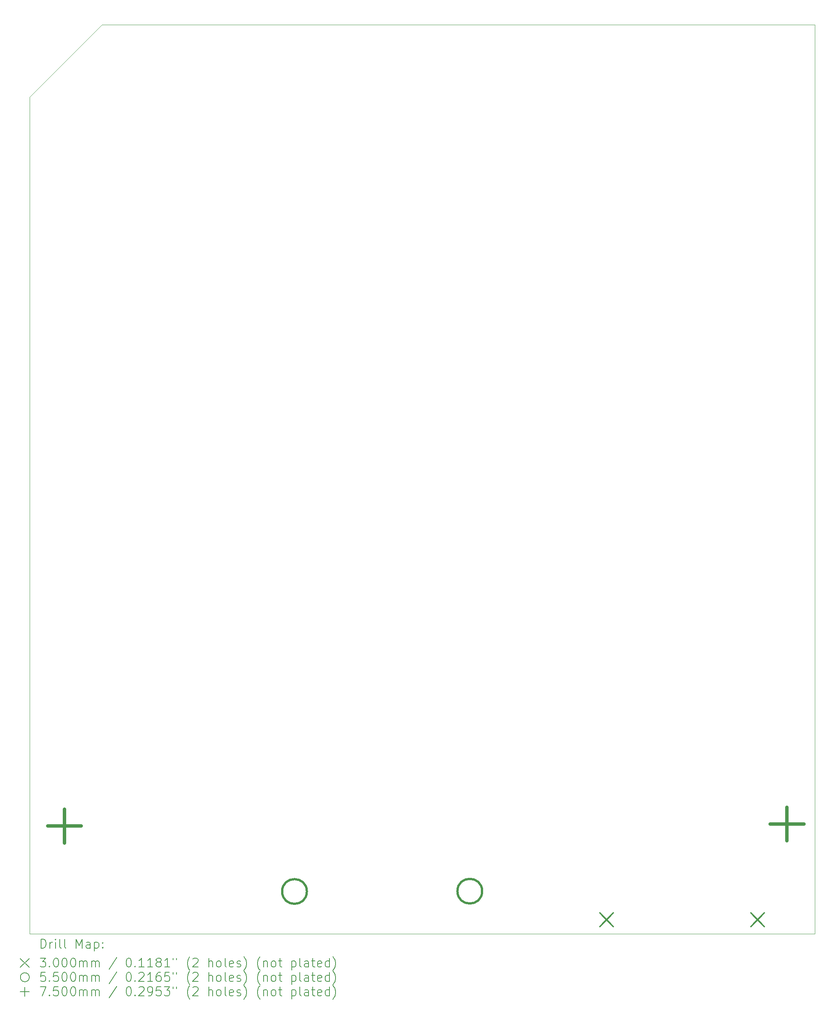
<source format=gbr>
%TF.GenerationSoftware,KiCad,Pcbnew,8.0.5*%
%TF.CreationDate,2025-12-20T20:44:51-08:00*%
%TF.ProjectId,URBAN_CELL_BOARD,55524241-4e5f-4434-954c-4c5f424f4152,rev?*%
%TF.SameCoordinates,Original*%
%TF.FileFunction,Drillmap*%
%TF.FilePolarity,Positive*%
%FSLAX45Y45*%
G04 Gerber Fmt 4.5, Leading zero omitted, Abs format (unit mm)*
G04 Created by KiCad (PCBNEW 8.0.5) date 2025-12-20 20:44:51*
%MOMM*%
%LPD*%
G01*
G04 APERTURE LIST*
%ADD10C,0.100000*%
%ADD11C,0.200000*%
%ADD12C,0.300000*%
%ADD13C,0.550000*%
%ADD14C,0.750000*%
G04 APERTURE END LIST*
D10*
X9286121Y-7929338D02*
X25154050Y-7929338D01*
X7674021Y-28158400D02*
X25154050Y-28158400D01*
X25154050Y-7929338D02*
X25154050Y-28158400D01*
X7674021Y-9541438D02*
X7674021Y-28158400D01*
X7674021Y-9541438D02*
X9286121Y-7929338D01*
D11*
D12*
X20366000Y-27694500D02*
X20666000Y-27994500D01*
X20666000Y-27694500D02*
X20366000Y-27994500D01*
X23726000Y-27694500D02*
X24026000Y-27994500D01*
X24026000Y-27694500D02*
X23726000Y-27994500D01*
D13*
X13846000Y-27215000D02*
G75*
G02*
X13296000Y-27215000I-275000J0D01*
G01*
X13296000Y-27215000D02*
G75*
G02*
X13846000Y-27215000I275000J0D01*
G01*
X17747000Y-27208000D02*
G75*
G02*
X17197000Y-27208000I-275000J0D01*
G01*
X17197000Y-27208000D02*
G75*
G02*
X17747000Y-27208000I275000J0D01*
G01*
D14*
X8446985Y-25379807D02*
X8446985Y-26129807D01*
X8071985Y-25754807D02*
X8821985Y-25754807D01*
X24529452Y-25334544D02*
X24529452Y-26084544D01*
X24154452Y-25709544D02*
X24904452Y-25709544D01*
D11*
X7929798Y-28474884D02*
X7929798Y-28274884D01*
X7929798Y-28274884D02*
X7977417Y-28274884D01*
X7977417Y-28274884D02*
X8005988Y-28284408D01*
X8005988Y-28284408D02*
X8025036Y-28303455D01*
X8025036Y-28303455D02*
X8034560Y-28322503D01*
X8034560Y-28322503D02*
X8044084Y-28360598D01*
X8044084Y-28360598D02*
X8044084Y-28389169D01*
X8044084Y-28389169D02*
X8034560Y-28427265D01*
X8034560Y-28427265D02*
X8025036Y-28446312D01*
X8025036Y-28446312D02*
X8005988Y-28465360D01*
X8005988Y-28465360D02*
X7977417Y-28474884D01*
X7977417Y-28474884D02*
X7929798Y-28474884D01*
X8129798Y-28474884D02*
X8129798Y-28341550D01*
X8129798Y-28379646D02*
X8139322Y-28360598D01*
X8139322Y-28360598D02*
X8148846Y-28351074D01*
X8148846Y-28351074D02*
X8167893Y-28341550D01*
X8167893Y-28341550D02*
X8186941Y-28341550D01*
X8253607Y-28474884D02*
X8253607Y-28341550D01*
X8253607Y-28274884D02*
X8244084Y-28284408D01*
X8244084Y-28284408D02*
X8253607Y-28293931D01*
X8253607Y-28293931D02*
X8263131Y-28284408D01*
X8263131Y-28284408D02*
X8253607Y-28274884D01*
X8253607Y-28274884D02*
X8253607Y-28293931D01*
X8377417Y-28474884D02*
X8358369Y-28465360D01*
X8358369Y-28465360D02*
X8348846Y-28446312D01*
X8348846Y-28446312D02*
X8348846Y-28274884D01*
X8482179Y-28474884D02*
X8463131Y-28465360D01*
X8463131Y-28465360D02*
X8453608Y-28446312D01*
X8453608Y-28446312D02*
X8453608Y-28274884D01*
X8710750Y-28474884D02*
X8710750Y-28274884D01*
X8710750Y-28274884D02*
X8777417Y-28417741D01*
X8777417Y-28417741D02*
X8844084Y-28274884D01*
X8844084Y-28274884D02*
X8844084Y-28474884D01*
X9025036Y-28474884D02*
X9025036Y-28370122D01*
X9025036Y-28370122D02*
X9015512Y-28351074D01*
X9015512Y-28351074D02*
X8996465Y-28341550D01*
X8996465Y-28341550D02*
X8958369Y-28341550D01*
X8958369Y-28341550D02*
X8939322Y-28351074D01*
X9025036Y-28465360D02*
X9005989Y-28474884D01*
X9005989Y-28474884D02*
X8958369Y-28474884D01*
X8958369Y-28474884D02*
X8939322Y-28465360D01*
X8939322Y-28465360D02*
X8929798Y-28446312D01*
X8929798Y-28446312D02*
X8929798Y-28427265D01*
X8929798Y-28427265D02*
X8939322Y-28408217D01*
X8939322Y-28408217D02*
X8958369Y-28398693D01*
X8958369Y-28398693D02*
X9005989Y-28398693D01*
X9005989Y-28398693D02*
X9025036Y-28389169D01*
X9120274Y-28341550D02*
X9120274Y-28541550D01*
X9120274Y-28351074D02*
X9139322Y-28341550D01*
X9139322Y-28341550D02*
X9177417Y-28341550D01*
X9177417Y-28341550D02*
X9196465Y-28351074D01*
X9196465Y-28351074D02*
X9205989Y-28360598D01*
X9205989Y-28360598D02*
X9215512Y-28379646D01*
X9215512Y-28379646D02*
X9215512Y-28436788D01*
X9215512Y-28436788D02*
X9205989Y-28455836D01*
X9205989Y-28455836D02*
X9196465Y-28465360D01*
X9196465Y-28465360D02*
X9177417Y-28474884D01*
X9177417Y-28474884D02*
X9139322Y-28474884D01*
X9139322Y-28474884D02*
X9120274Y-28465360D01*
X9301227Y-28455836D02*
X9310750Y-28465360D01*
X9310750Y-28465360D02*
X9301227Y-28474884D01*
X9301227Y-28474884D02*
X9291703Y-28465360D01*
X9291703Y-28465360D02*
X9301227Y-28455836D01*
X9301227Y-28455836D02*
X9301227Y-28474884D01*
X9301227Y-28351074D02*
X9310750Y-28360598D01*
X9310750Y-28360598D02*
X9301227Y-28370122D01*
X9301227Y-28370122D02*
X9291703Y-28360598D01*
X9291703Y-28360598D02*
X9301227Y-28351074D01*
X9301227Y-28351074D02*
X9301227Y-28370122D01*
X7469021Y-28703400D02*
X7669021Y-28903400D01*
X7669021Y-28703400D02*
X7469021Y-28903400D01*
X7910750Y-28694884D02*
X8034560Y-28694884D01*
X8034560Y-28694884D02*
X7967893Y-28771074D01*
X7967893Y-28771074D02*
X7996465Y-28771074D01*
X7996465Y-28771074D02*
X8015512Y-28780598D01*
X8015512Y-28780598D02*
X8025036Y-28790122D01*
X8025036Y-28790122D02*
X8034560Y-28809169D01*
X8034560Y-28809169D02*
X8034560Y-28856788D01*
X8034560Y-28856788D02*
X8025036Y-28875836D01*
X8025036Y-28875836D02*
X8015512Y-28885360D01*
X8015512Y-28885360D02*
X7996465Y-28894884D01*
X7996465Y-28894884D02*
X7939322Y-28894884D01*
X7939322Y-28894884D02*
X7920274Y-28885360D01*
X7920274Y-28885360D02*
X7910750Y-28875836D01*
X8120274Y-28875836D02*
X8129798Y-28885360D01*
X8129798Y-28885360D02*
X8120274Y-28894884D01*
X8120274Y-28894884D02*
X8110750Y-28885360D01*
X8110750Y-28885360D02*
X8120274Y-28875836D01*
X8120274Y-28875836D02*
X8120274Y-28894884D01*
X8253607Y-28694884D02*
X8272655Y-28694884D01*
X8272655Y-28694884D02*
X8291703Y-28704408D01*
X8291703Y-28704408D02*
X8301227Y-28713931D01*
X8301227Y-28713931D02*
X8310750Y-28732979D01*
X8310750Y-28732979D02*
X8320274Y-28771074D01*
X8320274Y-28771074D02*
X8320274Y-28818693D01*
X8320274Y-28818693D02*
X8310750Y-28856788D01*
X8310750Y-28856788D02*
X8301227Y-28875836D01*
X8301227Y-28875836D02*
X8291703Y-28885360D01*
X8291703Y-28885360D02*
X8272655Y-28894884D01*
X8272655Y-28894884D02*
X8253607Y-28894884D01*
X8253607Y-28894884D02*
X8234560Y-28885360D01*
X8234560Y-28885360D02*
X8225036Y-28875836D01*
X8225036Y-28875836D02*
X8215512Y-28856788D01*
X8215512Y-28856788D02*
X8205988Y-28818693D01*
X8205988Y-28818693D02*
X8205988Y-28771074D01*
X8205988Y-28771074D02*
X8215512Y-28732979D01*
X8215512Y-28732979D02*
X8225036Y-28713931D01*
X8225036Y-28713931D02*
X8234560Y-28704408D01*
X8234560Y-28704408D02*
X8253607Y-28694884D01*
X8444084Y-28694884D02*
X8463131Y-28694884D01*
X8463131Y-28694884D02*
X8482179Y-28704408D01*
X8482179Y-28704408D02*
X8491703Y-28713931D01*
X8491703Y-28713931D02*
X8501227Y-28732979D01*
X8501227Y-28732979D02*
X8510750Y-28771074D01*
X8510750Y-28771074D02*
X8510750Y-28818693D01*
X8510750Y-28818693D02*
X8501227Y-28856788D01*
X8501227Y-28856788D02*
X8491703Y-28875836D01*
X8491703Y-28875836D02*
X8482179Y-28885360D01*
X8482179Y-28885360D02*
X8463131Y-28894884D01*
X8463131Y-28894884D02*
X8444084Y-28894884D01*
X8444084Y-28894884D02*
X8425036Y-28885360D01*
X8425036Y-28885360D02*
X8415512Y-28875836D01*
X8415512Y-28875836D02*
X8405989Y-28856788D01*
X8405989Y-28856788D02*
X8396465Y-28818693D01*
X8396465Y-28818693D02*
X8396465Y-28771074D01*
X8396465Y-28771074D02*
X8405989Y-28732979D01*
X8405989Y-28732979D02*
X8415512Y-28713931D01*
X8415512Y-28713931D02*
X8425036Y-28704408D01*
X8425036Y-28704408D02*
X8444084Y-28694884D01*
X8634560Y-28694884D02*
X8653608Y-28694884D01*
X8653608Y-28694884D02*
X8672655Y-28704408D01*
X8672655Y-28704408D02*
X8682179Y-28713931D01*
X8682179Y-28713931D02*
X8691703Y-28732979D01*
X8691703Y-28732979D02*
X8701227Y-28771074D01*
X8701227Y-28771074D02*
X8701227Y-28818693D01*
X8701227Y-28818693D02*
X8691703Y-28856788D01*
X8691703Y-28856788D02*
X8682179Y-28875836D01*
X8682179Y-28875836D02*
X8672655Y-28885360D01*
X8672655Y-28885360D02*
X8653608Y-28894884D01*
X8653608Y-28894884D02*
X8634560Y-28894884D01*
X8634560Y-28894884D02*
X8615512Y-28885360D01*
X8615512Y-28885360D02*
X8605989Y-28875836D01*
X8605989Y-28875836D02*
X8596465Y-28856788D01*
X8596465Y-28856788D02*
X8586941Y-28818693D01*
X8586941Y-28818693D02*
X8586941Y-28771074D01*
X8586941Y-28771074D02*
X8596465Y-28732979D01*
X8596465Y-28732979D02*
X8605989Y-28713931D01*
X8605989Y-28713931D02*
X8615512Y-28704408D01*
X8615512Y-28704408D02*
X8634560Y-28694884D01*
X8786941Y-28894884D02*
X8786941Y-28761550D01*
X8786941Y-28780598D02*
X8796465Y-28771074D01*
X8796465Y-28771074D02*
X8815512Y-28761550D01*
X8815512Y-28761550D02*
X8844084Y-28761550D01*
X8844084Y-28761550D02*
X8863131Y-28771074D01*
X8863131Y-28771074D02*
X8872655Y-28790122D01*
X8872655Y-28790122D02*
X8872655Y-28894884D01*
X8872655Y-28790122D02*
X8882179Y-28771074D01*
X8882179Y-28771074D02*
X8901227Y-28761550D01*
X8901227Y-28761550D02*
X8929798Y-28761550D01*
X8929798Y-28761550D02*
X8948846Y-28771074D01*
X8948846Y-28771074D02*
X8958370Y-28790122D01*
X8958370Y-28790122D02*
X8958370Y-28894884D01*
X9053608Y-28894884D02*
X9053608Y-28761550D01*
X9053608Y-28780598D02*
X9063131Y-28771074D01*
X9063131Y-28771074D02*
X9082179Y-28761550D01*
X9082179Y-28761550D02*
X9110751Y-28761550D01*
X9110751Y-28761550D02*
X9129798Y-28771074D01*
X9129798Y-28771074D02*
X9139322Y-28790122D01*
X9139322Y-28790122D02*
X9139322Y-28894884D01*
X9139322Y-28790122D02*
X9148846Y-28771074D01*
X9148846Y-28771074D02*
X9167893Y-28761550D01*
X9167893Y-28761550D02*
X9196465Y-28761550D01*
X9196465Y-28761550D02*
X9215512Y-28771074D01*
X9215512Y-28771074D02*
X9225036Y-28790122D01*
X9225036Y-28790122D02*
X9225036Y-28894884D01*
X9615512Y-28685360D02*
X9444084Y-28942503D01*
X9872655Y-28694884D02*
X9891703Y-28694884D01*
X9891703Y-28694884D02*
X9910751Y-28704408D01*
X9910751Y-28704408D02*
X9920274Y-28713931D01*
X9920274Y-28713931D02*
X9929798Y-28732979D01*
X9929798Y-28732979D02*
X9939322Y-28771074D01*
X9939322Y-28771074D02*
X9939322Y-28818693D01*
X9939322Y-28818693D02*
X9929798Y-28856788D01*
X9929798Y-28856788D02*
X9920274Y-28875836D01*
X9920274Y-28875836D02*
X9910751Y-28885360D01*
X9910751Y-28885360D02*
X9891703Y-28894884D01*
X9891703Y-28894884D02*
X9872655Y-28894884D01*
X9872655Y-28894884D02*
X9853608Y-28885360D01*
X9853608Y-28885360D02*
X9844084Y-28875836D01*
X9844084Y-28875836D02*
X9834560Y-28856788D01*
X9834560Y-28856788D02*
X9825036Y-28818693D01*
X9825036Y-28818693D02*
X9825036Y-28771074D01*
X9825036Y-28771074D02*
X9834560Y-28732979D01*
X9834560Y-28732979D02*
X9844084Y-28713931D01*
X9844084Y-28713931D02*
X9853608Y-28704408D01*
X9853608Y-28704408D02*
X9872655Y-28694884D01*
X10025036Y-28875836D02*
X10034560Y-28885360D01*
X10034560Y-28885360D02*
X10025036Y-28894884D01*
X10025036Y-28894884D02*
X10015513Y-28885360D01*
X10015513Y-28885360D02*
X10025036Y-28875836D01*
X10025036Y-28875836D02*
X10025036Y-28894884D01*
X10225036Y-28894884D02*
X10110751Y-28894884D01*
X10167893Y-28894884D02*
X10167893Y-28694884D01*
X10167893Y-28694884D02*
X10148846Y-28723455D01*
X10148846Y-28723455D02*
X10129798Y-28742503D01*
X10129798Y-28742503D02*
X10110751Y-28752027D01*
X10415513Y-28894884D02*
X10301227Y-28894884D01*
X10358370Y-28894884D02*
X10358370Y-28694884D01*
X10358370Y-28694884D02*
X10339322Y-28723455D01*
X10339322Y-28723455D02*
X10320274Y-28742503D01*
X10320274Y-28742503D02*
X10301227Y-28752027D01*
X10529798Y-28780598D02*
X10510751Y-28771074D01*
X10510751Y-28771074D02*
X10501227Y-28761550D01*
X10501227Y-28761550D02*
X10491703Y-28742503D01*
X10491703Y-28742503D02*
X10491703Y-28732979D01*
X10491703Y-28732979D02*
X10501227Y-28713931D01*
X10501227Y-28713931D02*
X10510751Y-28704408D01*
X10510751Y-28704408D02*
X10529798Y-28694884D01*
X10529798Y-28694884D02*
X10567894Y-28694884D01*
X10567894Y-28694884D02*
X10586941Y-28704408D01*
X10586941Y-28704408D02*
X10596465Y-28713931D01*
X10596465Y-28713931D02*
X10605989Y-28732979D01*
X10605989Y-28732979D02*
X10605989Y-28742503D01*
X10605989Y-28742503D02*
X10596465Y-28761550D01*
X10596465Y-28761550D02*
X10586941Y-28771074D01*
X10586941Y-28771074D02*
X10567894Y-28780598D01*
X10567894Y-28780598D02*
X10529798Y-28780598D01*
X10529798Y-28780598D02*
X10510751Y-28790122D01*
X10510751Y-28790122D02*
X10501227Y-28799646D01*
X10501227Y-28799646D02*
X10491703Y-28818693D01*
X10491703Y-28818693D02*
X10491703Y-28856788D01*
X10491703Y-28856788D02*
X10501227Y-28875836D01*
X10501227Y-28875836D02*
X10510751Y-28885360D01*
X10510751Y-28885360D02*
X10529798Y-28894884D01*
X10529798Y-28894884D02*
X10567894Y-28894884D01*
X10567894Y-28894884D02*
X10586941Y-28885360D01*
X10586941Y-28885360D02*
X10596465Y-28875836D01*
X10596465Y-28875836D02*
X10605989Y-28856788D01*
X10605989Y-28856788D02*
X10605989Y-28818693D01*
X10605989Y-28818693D02*
X10596465Y-28799646D01*
X10596465Y-28799646D02*
X10586941Y-28790122D01*
X10586941Y-28790122D02*
X10567894Y-28780598D01*
X10796465Y-28894884D02*
X10682179Y-28894884D01*
X10739322Y-28894884D02*
X10739322Y-28694884D01*
X10739322Y-28694884D02*
X10720274Y-28723455D01*
X10720274Y-28723455D02*
X10701227Y-28742503D01*
X10701227Y-28742503D02*
X10682179Y-28752027D01*
X10872655Y-28694884D02*
X10872655Y-28732979D01*
X10948846Y-28694884D02*
X10948846Y-28732979D01*
X11244084Y-28971074D02*
X11234560Y-28961550D01*
X11234560Y-28961550D02*
X11215513Y-28932979D01*
X11215513Y-28932979D02*
X11205989Y-28913931D01*
X11205989Y-28913931D02*
X11196465Y-28885360D01*
X11196465Y-28885360D02*
X11186941Y-28837741D01*
X11186941Y-28837741D02*
X11186941Y-28799646D01*
X11186941Y-28799646D02*
X11196465Y-28752027D01*
X11196465Y-28752027D02*
X11205989Y-28723455D01*
X11205989Y-28723455D02*
X11215513Y-28704408D01*
X11215513Y-28704408D02*
X11234560Y-28675836D01*
X11234560Y-28675836D02*
X11244084Y-28666312D01*
X11310751Y-28713931D02*
X11320274Y-28704408D01*
X11320274Y-28704408D02*
X11339322Y-28694884D01*
X11339322Y-28694884D02*
X11386941Y-28694884D01*
X11386941Y-28694884D02*
X11405989Y-28704408D01*
X11405989Y-28704408D02*
X11415513Y-28713931D01*
X11415513Y-28713931D02*
X11425036Y-28732979D01*
X11425036Y-28732979D02*
X11425036Y-28752027D01*
X11425036Y-28752027D02*
X11415513Y-28780598D01*
X11415513Y-28780598D02*
X11301227Y-28894884D01*
X11301227Y-28894884D02*
X11425036Y-28894884D01*
X11663132Y-28894884D02*
X11663132Y-28694884D01*
X11748846Y-28894884D02*
X11748846Y-28790122D01*
X11748846Y-28790122D02*
X11739322Y-28771074D01*
X11739322Y-28771074D02*
X11720275Y-28761550D01*
X11720275Y-28761550D02*
X11691703Y-28761550D01*
X11691703Y-28761550D02*
X11672655Y-28771074D01*
X11672655Y-28771074D02*
X11663132Y-28780598D01*
X11872655Y-28894884D02*
X11853608Y-28885360D01*
X11853608Y-28885360D02*
X11844084Y-28875836D01*
X11844084Y-28875836D02*
X11834560Y-28856788D01*
X11834560Y-28856788D02*
X11834560Y-28799646D01*
X11834560Y-28799646D02*
X11844084Y-28780598D01*
X11844084Y-28780598D02*
X11853608Y-28771074D01*
X11853608Y-28771074D02*
X11872655Y-28761550D01*
X11872655Y-28761550D02*
X11901227Y-28761550D01*
X11901227Y-28761550D02*
X11920275Y-28771074D01*
X11920275Y-28771074D02*
X11929798Y-28780598D01*
X11929798Y-28780598D02*
X11939322Y-28799646D01*
X11939322Y-28799646D02*
X11939322Y-28856788D01*
X11939322Y-28856788D02*
X11929798Y-28875836D01*
X11929798Y-28875836D02*
X11920275Y-28885360D01*
X11920275Y-28885360D02*
X11901227Y-28894884D01*
X11901227Y-28894884D02*
X11872655Y-28894884D01*
X12053608Y-28894884D02*
X12034560Y-28885360D01*
X12034560Y-28885360D02*
X12025036Y-28866312D01*
X12025036Y-28866312D02*
X12025036Y-28694884D01*
X12205989Y-28885360D02*
X12186941Y-28894884D01*
X12186941Y-28894884D02*
X12148846Y-28894884D01*
X12148846Y-28894884D02*
X12129798Y-28885360D01*
X12129798Y-28885360D02*
X12120275Y-28866312D01*
X12120275Y-28866312D02*
X12120275Y-28790122D01*
X12120275Y-28790122D02*
X12129798Y-28771074D01*
X12129798Y-28771074D02*
X12148846Y-28761550D01*
X12148846Y-28761550D02*
X12186941Y-28761550D01*
X12186941Y-28761550D02*
X12205989Y-28771074D01*
X12205989Y-28771074D02*
X12215513Y-28790122D01*
X12215513Y-28790122D02*
X12215513Y-28809169D01*
X12215513Y-28809169D02*
X12120275Y-28828217D01*
X12291703Y-28885360D02*
X12310751Y-28894884D01*
X12310751Y-28894884D02*
X12348846Y-28894884D01*
X12348846Y-28894884D02*
X12367894Y-28885360D01*
X12367894Y-28885360D02*
X12377417Y-28866312D01*
X12377417Y-28866312D02*
X12377417Y-28856788D01*
X12377417Y-28856788D02*
X12367894Y-28837741D01*
X12367894Y-28837741D02*
X12348846Y-28828217D01*
X12348846Y-28828217D02*
X12320275Y-28828217D01*
X12320275Y-28828217D02*
X12301227Y-28818693D01*
X12301227Y-28818693D02*
X12291703Y-28799646D01*
X12291703Y-28799646D02*
X12291703Y-28790122D01*
X12291703Y-28790122D02*
X12301227Y-28771074D01*
X12301227Y-28771074D02*
X12320275Y-28761550D01*
X12320275Y-28761550D02*
X12348846Y-28761550D01*
X12348846Y-28761550D02*
X12367894Y-28771074D01*
X12444084Y-28971074D02*
X12453608Y-28961550D01*
X12453608Y-28961550D02*
X12472656Y-28932979D01*
X12472656Y-28932979D02*
X12482179Y-28913931D01*
X12482179Y-28913931D02*
X12491703Y-28885360D01*
X12491703Y-28885360D02*
X12501227Y-28837741D01*
X12501227Y-28837741D02*
X12501227Y-28799646D01*
X12501227Y-28799646D02*
X12491703Y-28752027D01*
X12491703Y-28752027D02*
X12482179Y-28723455D01*
X12482179Y-28723455D02*
X12472656Y-28704408D01*
X12472656Y-28704408D02*
X12453608Y-28675836D01*
X12453608Y-28675836D02*
X12444084Y-28666312D01*
X12805989Y-28971074D02*
X12796465Y-28961550D01*
X12796465Y-28961550D02*
X12777417Y-28932979D01*
X12777417Y-28932979D02*
X12767894Y-28913931D01*
X12767894Y-28913931D02*
X12758370Y-28885360D01*
X12758370Y-28885360D02*
X12748846Y-28837741D01*
X12748846Y-28837741D02*
X12748846Y-28799646D01*
X12748846Y-28799646D02*
X12758370Y-28752027D01*
X12758370Y-28752027D02*
X12767894Y-28723455D01*
X12767894Y-28723455D02*
X12777417Y-28704408D01*
X12777417Y-28704408D02*
X12796465Y-28675836D01*
X12796465Y-28675836D02*
X12805989Y-28666312D01*
X12882179Y-28761550D02*
X12882179Y-28894884D01*
X12882179Y-28780598D02*
X12891703Y-28771074D01*
X12891703Y-28771074D02*
X12910751Y-28761550D01*
X12910751Y-28761550D02*
X12939322Y-28761550D01*
X12939322Y-28761550D02*
X12958370Y-28771074D01*
X12958370Y-28771074D02*
X12967894Y-28790122D01*
X12967894Y-28790122D02*
X12967894Y-28894884D01*
X13091703Y-28894884D02*
X13072656Y-28885360D01*
X13072656Y-28885360D02*
X13063132Y-28875836D01*
X13063132Y-28875836D02*
X13053608Y-28856788D01*
X13053608Y-28856788D02*
X13053608Y-28799646D01*
X13053608Y-28799646D02*
X13063132Y-28780598D01*
X13063132Y-28780598D02*
X13072656Y-28771074D01*
X13072656Y-28771074D02*
X13091703Y-28761550D01*
X13091703Y-28761550D02*
X13120275Y-28761550D01*
X13120275Y-28761550D02*
X13139322Y-28771074D01*
X13139322Y-28771074D02*
X13148846Y-28780598D01*
X13148846Y-28780598D02*
X13158370Y-28799646D01*
X13158370Y-28799646D02*
X13158370Y-28856788D01*
X13158370Y-28856788D02*
X13148846Y-28875836D01*
X13148846Y-28875836D02*
X13139322Y-28885360D01*
X13139322Y-28885360D02*
X13120275Y-28894884D01*
X13120275Y-28894884D02*
X13091703Y-28894884D01*
X13215513Y-28761550D02*
X13291703Y-28761550D01*
X13244084Y-28694884D02*
X13244084Y-28866312D01*
X13244084Y-28866312D02*
X13253608Y-28885360D01*
X13253608Y-28885360D02*
X13272656Y-28894884D01*
X13272656Y-28894884D02*
X13291703Y-28894884D01*
X13510751Y-28761550D02*
X13510751Y-28961550D01*
X13510751Y-28771074D02*
X13529798Y-28761550D01*
X13529798Y-28761550D02*
X13567894Y-28761550D01*
X13567894Y-28761550D02*
X13586941Y-28771074D01*
X13586941Y-28771074D02*
X13596465Y-28780598D01*
X13596465Y-28780598D02*
X13605989Y-28799646D01*
X13605989Y-28799646D02*
X13605989Y-28856788D01*
X13605989Y-28856788D02*
X13596465Y-28875836D01*
X13596465Y-28875836D02*
X13586941Y-28885360D01*
X13586941Y-28885360D02*
X13567894Y-28894884D01*
X13567894Y-28894884D02*
X13529798Y-28894884D01*
X13529798Y-28894884D02*
X13510751Y-28885360D01*
X13720275Y-28894884D02*
X13701227Y-28885360D01*
X13701227Y-28885360D02*
X13691703Y-28866312D01*
X13691703Y-28866312D02*
X13691703Y-28694884D01*
X13882179Y-28894884D02*
X13882179Y-28790122D01*
X13882179Y-28790122D02*
X13872656Y-28771074D01*
X13872656Y-28771074D02*
X13853608Y-28761550D01*
X13853608Y-28761550D02*
X13815513Y-28761550D01*
X13815513Y-28761550D02*
X13796465Y-28771074D01*
X13882179Y-28885360D02*
X13863132Y-28894884D01*
X13863132Y-28894884D02*
X13815513Y-28894884D01*
X13815513Y-28894884D02*
X13796465Y-28885360D01*
X13796465Y-28885360D02*
X13786941Y-28866312D01*
X13786941Y-28866312D02*
X13786941Y-28847265D01*
X13786941Y-28847265D02*
X13796465Y-28828217D01*
X13796465Y-28828217D02*
X13815513Y-28818693D01*
X13815513Y-28818693D02*
X13863132Y-28818693D01*
X13863132Y-28818693D02*
X13882179Y-28809169D01*
X13948846Y-28761550D02*
X14025037Y-28761550D01*
X13977418Y-28694884D02*
X13977418Y-28866312D01*
X13977418Y-28866312D02*
X13986941Y-28885360D01*
X13986941Y-28885360D02*
X14005989Y-28894884D01*
X14005989Y-28894884D02*
X14025037Y-28894884D01*
X14167894Y-28885360D02*
X14148846Y-28894884D01*
X14148846Y-28894884D02*
X14110751Y-28894884D01*
X14110751Y-28894884D02*
X14091703Y-28885360D01*
X14091703Y-28885360D02*
X14082179Y-28866312D01*
X14082179Y-28866312D02*
X14082179Y-28790122D01*
X14082179Y-28790122D02*
X14091703Y-28771074D01*
X14091703Y-28771074D02*
X14110751Y-28761550D01*
X14110751Y-28761550D02*
X14148846Y-28761550D01*
X14148846Y-28761550D02*
X14167894Y-28771074D01*
X14167894Y-28771074D02*
X14177418Y-28790122D01*
X14177418Y-28790122D02*
X14177418Y-28809169D01*
X14177418Y-28809169D02*
X14082179Y-28828217D01*
X14348846Y-28894884D02*
X14348846Y-28694884D01*
X14348846Y-28885360D02*
X14329799Y-28894884D01*
X14329799Y-28894884D02*
X14291703Y-28894884D01*
X14291703Y-28894884D02*
X14272656Y-28885360D01*
X14272656Y-28885360D02*
X14263132Y-28875836D01*
X14263132Y-28875836D02*
X14253608Y-28856788D01*
X14253608Y-28856788D02*
X14253608Y-28799646D01*
X14253608Y-28799646D02*
X14263132Y-28780598D01*
X14263132Y-28780598D02*
X14272656Y-28771074D01*
X14272656Y-28771074D02*
X14291703Y-28761550D01*
X14291703Y-28761550D02*
X14329799Y-28761550D01*
X14329799Y-28761550D02*
X14348846Y-28771074D01*
X14425037Y-28971074D02*
X14434560Y-28961550D01*
X14434560Y-28961550D02*
X14453608Y-28932979D01*
X14453608Y-28932979D02*
X14463132Y-28913931D01*
X14463132Y-28913931D02*
X14472656Y-28885360D01*
X14472656Y-28885360D02*
X14482179Y-28837741D01*
X14482179Y-28837741D02*
X14482179Y-28799646D01*
X14482179Y-28799646D02*
X14472656Y-28752027D01*
X14472656Y-28752027D02*
X14463132Y-28723455D01*
X14463132Y-28723455D02*
X14453608Y-28704408D01*
X14453608Y-28704408D02*
X14434560Y-28675836D01*
X14434560Y-28675836D02*
X14425037Y-28666312D01*
X7669021Y-29123400D02*
G75*
G02*
X7469021Y-29123400I-100000J0D01*
G01*
X7469021Y-29123400D02*
G75*
G02*
X7669021Y-29123400I100000J0D01*
G01*
X8025036Y-29014884D02*
X7929798Y-29014884D01*
X7929798Y-29014884D02*
X7920274Y-29110122D01*
X7920274Y-29110122D02*
X7929798Y-29100598D01*
X7929798Y-29100598D02*
X7948846Y-29091074D01*
X7948846Y-29091074D02*
X7996465Y-29091074D01*
X7996465Y-29091074D02*
X8015512Y-29100598D01*
X8015512Y-29100598D02*
X8025036Y-29110122D01*
X8025036Y-29110122D02*
X8034560Y-29129169D01*
X8034560Y-29129169D02*
X8034560Y-29176788D01*
X8034560Y-29176788D02*
X8025036Y-29195836D01*
X8025036Y-29195836D02*
X8015512Y-29205360D01*
X8015512Y-29205360D02*
X7996465Y-29214884D01*
X7996465Y-29214884D02*
X7948846Y-29214884D01*
X7948846Y-29214884D02*
X7929798Y-29205360D01*
X7929798Y-29205360D02*
X7920274Y-29195836D01*
X8120274Y-29195836D02*
X8129798Y-29205360D01*
X8129798Y-29205360D02*
X8120274Y-29214884D01*
X8120274Y-29214884D02*
X8110750Y-29205360D01*
X8110750Y-29205360D02*
X8120274Y-29195836D01*
X8120274Y-29195836D02*
X8120274Y-29214884D01*
X8310750Y-29014884D02*
X8215512Y-29014884D01*
X8215512Y-29014884D02*
X8205988Y-29110122D01*
X8205988Y-29110122D02*
X8215512Y-29100598D01*
X8215512Y-29100598D02*
X8234560Y-29091074D01*
X8234560Y-29091074D02*
X8282179Y-29091074D01*
X8282179Y-29091074D02*
X8301227Y-29100598D01*
X8301227Y-29100598D02*
X8310750Y-29110122D01*
X8310750Y-29110122D02*
X8320274Y-29129169D01*
X8320274Y-29129169D02*
X8320274Y-29176788D01*
X8320274Y-29176788D02*
X8310750Y-29195836D01*
X8310750Y-29195836D02*
X8301227Y-29205360D01*
X8301227Y-29205360D02*
X8282179Y-29214884D01*
X8282179Y-29214884D02*
X8234560Y-29214884D01*
X8234560Y-29214884D02*
X8215512Y-29205360D01*
X8215512Y-29205360D02*
X8205988Y-29195836D01*
X8444084Y-29014884D02*
X8463131Y-29014884D01*
X8463131Y-29014884D02*
X8482179Y-29024408D01*
X8482179Y-29024408D02*
X8491703Y-29033931D01*
X8491703Y-29033931D02*
X8501227Y-29052979D01*
X8501227Y-29052979D02*
X8510750Y-29091074D01*
X8510750Y-29091074D02*
X8510750Y-29138693D01*
X8510750Y-29138693D02*
X8501227Y-29176788D01*
X8501227Y-29176788D02*
X8491703Y-29195836D01*
X8491703Y-29195836D02*
X8482179Y-29205360D01*
X8482179Y-29205360D02*
X8463131Y-29214884D01*
X8463131Y-29214884D02*
X8444084Y-29214884D01*
X8444084Y-29214884D02*
X8425036Y-29205360D01*
X8425036Y-29205360D02*
X8415512Y-29195836D01*
X8415512Y-29195836D02*
X8405989Y-29176788D01*
X8405989Y-29176788D02*
X8396465Y-29138693D01*
X8396465Y-29138693D02*
X8396465Y-29091074D01*
X8396465Y-29091074D02*
X8405989Y-29052979D01*
X8405989Y-29052979D02*
X8415512Y-29033931D01*
X8415512Y-29033931D02*
X8425036Y-29024408D01*
X8425036Y-29024408D02*
X8444084Y-29014884D01*
X8634560Y-29014884D02*
X8653608Y-29014884D01*
X8653608Y-29014884D02*
X8672655Y-29024408D01*
X8672655Y-29024408D02*
X8682179Y-29033931D01*
X8682179Y-29033931D02*
X8691703Y-29052979D01*
X8691703Y-29052979D02*
X8701227Y-29091074D01*
X8701227Y-29091074D02*
X8701227Y-29138693D01*
X8701227Y-29138693D02*
X8691703Y-29176788D01*
X8691703Y-29176788D02*
X8682179Y-29195836D01*
X8682179Y-29195836D02*
X8672655Y-29205360D01*
X8672655Y-29205360D02*
X8653608Y-29214884D01*
X8653608Y-29214884D02*
X8634560Y-29214884D01*
X8634560Y-29214884D02*
X8615512Y-29205360D01*
X8615512Y-29205360D02*
X8605989Y-29195836D01*
X8605989Y-29195836D02*
X8596465Y-29176788D01*
X8596465Y-29176788D02*
X8586941Y-29138693D01*
X8586941Y-29138693D02*
X8586941Y-29091074D01*
X8586941Y-29091074D02*
X8596465Y-29052979D01*
X8596465Y-29052979D02*
X8605989Y-29033931D01*
X8605989Y-29033931D02*
X8615512Y-29024408D01*
X8615512Y-29024408D02*
X8634560Y-29014884D01*
X8786941Y-29214884D02*
X8786941Y-29081550D01*
X8786941Y-29100598D02*
X8796465Y-29091074D01*
X8796465Y-29091074D02*
X8815512Y-29081550D01*
X8815512Y-29081550D02*
X8844084Y-29081550D01*
X8844084Y-29081550D02*
X8863131Y-29091074D01*
X8863131Y-29091074D02*
X8872655Y-29110122D01*
X8872655Y-29110122D02*
X8872655Y-29214884D01*
X8872655Y-29110122D02*
X8882179Y-29091074D01*
X8882179Y-29091074D02*
X8901227Y-29081550D01*
X8901227Y-29081550D02*
X8929798Y-29081550D01*
X8929798Y-29081550D02*
X8948846Y-29091074D01*
X8948846Y-29091074D02*
X8958370Y-29110122D01*
X8958370Y-29110122D02*
X8958370Y-29214884D01*
X9053608Y-29214884D02*
X9053608Y-29081550D01*
X9053608Y-29100598D02*
X9063131Y-29091074D01*
X9063131Y-29091074D02*
X9082179Y-29081550D01*
X9082179Y-29081550D02*
X9110751Y-29081550D01*
X9110751Y-29081550D02*
X9129798Y-29091074D01*
X9129798Y-29091074D02*
X9139322Y-29110122D01*
X9139322Y-29110122D02*
X9139322Y-29214884D01*
X9139322Y-29110122D02*
X9148846Y-29091074D01*
X9148846Y-29091074D02*
X9167893Y-29081550D01*
X9167893Y-29081550D02*
X9196465Y-29081550D01*
X9196465Y-29081550D02*
X9215512Y-29091074D01*
X9215512Y-29091074D02*
X9225036Y-29110122D01*
X9225036Y-29110122D02*
X9225036Y-29214884D01*
X9615512Y-29005360D02*
X9444084Y-29262503D01*
X9872655Y-29014884D02*
X9891703Y-29014884D01*
X9891703Y-29014884D02*
X9910751Y-29024408D01*
X9910751Y-29024408D02*
X9920274Y-29033931D01*
X9920274Y-29033931D02*
X9929798Y-29052979D01*
X9929798Y-29052979D02*
X9939322Y-29091074D01*
X9939322Y-29091074D02*
X9939322Y-29138693D01*
X9939322Y-29138693D02*
X9929798Y-29176788D01*
X9929798Y-29176788D02*
X9920274Y-29195836D01*
X9920274Y-29195836D02*
X9910751Y-29205360D01*
X9910751Y-29205360D02*
X9891703Y-29214884D01*
X9891703Y-29214884D02*
X9872655Y-29214884D01*
X9872655Y-29214884D02*
X9853608Y-29205360D01*
X9853608Y-29205360D02*
X9844084Y-29195836D01*
X9844084Y-29195836D02*
X9834560Y-29176788D01*
X9834560Y-29176788D02*
X9825036Y-29138693D01*
X9825036Y-29138693D02*
X9825036Y-29091074D01*
X9825036Y-29091074D02*
X9834560Y-29052979D01*
X9834560Y-29052979D02*
X9844084Y-29033931D01*
X9844084Y-29033931D02*
X9853608Y-29024408D01*
X9853608Y-29024408D02*
X9872655Y-29014884D01*
X10025036Y-29195836D02*
X10034560Y-29205360D01*
X10034560Y-29205360D02*
X10025036Y-29214884D01*
X10025036Y-29214884D02*
X10015513Y-29205360D01*
X10015513Y-29205360D02*
X10025036Y-29195836D01*
X10025036Y-29195836D02*
X10025036Y-29214884D01*
X10110751Y-29033931D02*
X10120274Y-29024408D01*
X10120274Y-29024408D02*
X10139322Y-29014884D01*
X10139322Y-29014884D02*
X10186941Y-29014884D01*
X10186941Y-29014884D02*
X10205989Y-29024408D01*
X10205989Y-29024408D02*
X10215513Y-29033931D01*
X10215513Y-29033931D02*
X10225036Y-29052979D01*
X10225036Y-29052979D02*
X10225036Y-29072027D01*
X10225036Y-29072027D02*
X10215513Y-29100598D01*
X10215513Y-29100598D02*
X10101227Y-29214884D01*
X10101227Y-29214884D02*
X10225036Y-29214884D01*
X10415513Y-29214884D02*
X10301227Y-29214884D01*
X10358370Y-29214884D02*
X10358370Y-29014884D01*
X10358370Y-29014884D02*
X10339322Y-29043455D01*
X10339322Y-29043455D02*
X10320274Y-29062503D01*
X10320274Y-29062503D02*
X10301227Y-29072027D01*
X10586941Y-29014884D02*
X10548846Y-29014884D01*
X10548846Y-29014884D02*
X10529798Y-29024408D01*
X10529798Y-29024408D02*
X10520274Y-29033931D01*
X10520274Y-29033931D02*
X10501227Y-29062503D01*
X10501227Y-29062503D02*
X10491703Y-29100598D01*
X10491703Y-29100598D02*
X10491703Y-29176788D01*
X10491703Y-29176788D02*
X10501227Y-29195836D01*
X10501227Y-29195836D02*
X10510751Y-29205360D01*
X10510751Y-29205360D02*
X10529798Y-29214884D01*
X10529798Y-29214884D02*
X10567894Y-29214884D01*
X10567894Y-29214884D02*
X10586941Y-29205360D01*
X10586941Y-29205360D02*
X10596465Y-29195836D01*
X10596465Y-29195836D02*
X10605989Y-29176788D01*
X10605989Y-29176788D02*
X10605989Y-29129169D01*
X10605989Y-29129169D02*
X10596465Y-29110122D01*
X10596465Y-29110122D02*
X10586941Y-29100598D01*
X10586941Y-29100598D02*
X10567894Y-29091074D01*
X10567894Y-29091074D02*
X10529798Y-29091074D01*
X10529798Y-29091074D02*
X10510751Y-29100598D01*
X10510751Y-29100598D02*
X10501227Y-29110122D01*
X10501227Y-29110122D02*
X10491703Y-29129169D01*
X10786941Y-29014884D02*
X10691703Y-29014884D01*
X10691703Y-29014884D02*
X10682179Y-29110122D01*
X10682179Y-29110122D02*
X10691703Y-29100598D01*
X10691703Y-29100598D02*
X10710751Y-29091074D01*
X10710751Y-29091074D02*
X10758370Y-29091074D01*
X10758370Y-29091074D02*
X10777417Y-29100598D01*
X10777417Y-29100598D02*
X10786941Y-29110122D01*
X10786941Y-29110122D02*
X10796465Y-29129169D01*
X10796465Y-29129169D02*
X10796465Y-29176788D01*
X10796465Y-29176788D02*
X10786941Y-29195836D01*
X10786941Y-29195836D02*
X10777417Y-29205360D01*
X10777417Y-29205360D02*
X10758370Y-29214884D01*
X10758370Y-29214884D02*
X10710751Y-29214884D01*
X10710751Y-29214884D02*
X10691703Y-29205360D01*
X10691703Y-29205360D02*
X10682179Y-29195836D01*
X10872655Y-29014884D02*
X10872655Y-29052979D01*
X10948846Y-29014884D02*
X10948846Y-29052979D01*
X11244084Y-29291074D02*
X11234560Y-29281550D01*
X11234560Y-29281550D02*
X11215513Y-29252979D01*
X11215513Y-29252979D02*
X11205989Y-29233931D01*
X11205989Y-29233931D02*
X11196465Y-29205360D01*
X11196465Y-29205360D02*
X11186941Y-29157741D01*
X11186941Y-29157741D02*
X11186941Y-29119646D01*
X11186941Y-29119646D02*
X11196465Y-29072027D01*
X11196465Y-29072027D02*
X11205989Y-29043455D01*
X11205989Y-29043455D02*
X11215513Y-29024408D01*
X11215513Y-29024408D02*
X11234560Y-28995836D01*
X11234560Y-28995836D02*
X11244084Y-28986312D01*
X11310751Y-29033931D02*
X11320274Y-29024408D01*
X11320274Y-29024408D02*
X11339322Y-29014884D01*
X11339322Y-29014884D02*
X11386941Y-29014884D01*
X11386941Y-29014884D02*
X11405989Y-29024408D01*
X11405989Y-29024408D02*
X11415513Y-29033931D01*
X11415513Y-29033931D02*
X11425036Y-29052979D01*
X11425036Y-29052979D02*
X11425036Y-29072027D01*
X11425036Y-29072027D02*
X11415513Y-29100598D01*
X11415513Y-29100598D02*
X11301227Y-29214884D01*
X11301227Y-29214884D02*
X11425036Y-29214884D01*
X11663132Y-29214884D02*
X11663132Y-29014884D01*
X11748846Y-29214884D02*
X11748846Y-29110122D01*
X11748846Y-29110122D02*
X11739322Y-29091074D01*
X11739322Y-29091074D02*
X11720275Y-29081550D01*
X11720275Y-29081550D02*
X11691703Y-29081550D01*
X11691703Y-29081550D02*
X11672655Y-29091074D01*
X11672655Y-29091074D02*
X11663132Y-29100598D01*
X11872655Y-29214884D02*
X11853608Y-29205360D01*
X11853608Y-29205360D02*
X11844084Y-29195836D01*
X11844084Y-29195836D02*
X11834560Y-29176788D01*
X11834560Y-29176788D02*
X11834560Y-29119646D01*
X11834560Y-29119646D02*
X11844084Y-29100598D01*
X11844084Y-29100598D02*
X11853608Y-29091074D01*
X11853608Y-29091074D02*
X11872655Y-29081550D01*
X11872655Y-29081550D02*
X11901227Y-29081550D01*
X11901227Y-29081550D02*
X11920275Y-29091074D01*
X11920275Y-29091074D02*
X11929798Y-29100598D01*
X11929798Y-29100598D02*
X11939322Y-29119646D01*
X11939322Y-29119646D02*
X11939322Y-29176788D01*
X11939322Y-29176788D02*
X11929798Y-29195836D01*
X11929798Y-29195836D02*
X11920275Y-29205360D01*
X11920275Y-29205360D02*
X11901227Y-29214884D01*
X11901227Y-29214884D02*
X11872655Y-29214884D01*
X12053608Y-29214884D02*
X12034560Y-29205360D01*
X12034560Y-29205360D02*
X12025036Y-29186312D01*
X12025036Y-29186312D02*
X12025036Y-29014884D01*
X12205989Y-29205360D02*
X12186941Y-29214884D01*
X12186941Y-29214884D02*
X12148846Y-29214884D01*
X12148846Y-29214884D02*
X12129798Y-29205360D01*
X12129798Y-29205360D02*
X12120275Y-29186312D01*
X12120275Y-29186312D02*
X12120275Y-29110122D01*
X12120275Y-29110122D02*
X12129798Y-29091074D01*
X12129798Y-29091074D02*
X12148846Y-29081550D01*
X12148846Y-29081550D02*
X12186941Y-29081550D01*
X12186941Y-29081550D02*
X12205989Y-29091074D01*
X12205989Y-29091074D02*
X12215513Y-29110122D01*
X12215513Y-29110122D02*
X12215513Y-29129169D01*
X12215513Y-29129169D02*
X12120275Y-29148217D01*
X12291703Y-29205360D02*
X12310751Y-29214884D01*
X12310751Y-29214884D02*
X12348846Y-29214884D01*
X12348846Y-29214884D02*
X12367894Y-29205360D01*
X12367894Y-29205360D02*
X12377417Y-29186312D01*
X12377417Y-29186312D02*
X12377417Y-29176788D01*
X12377417Y-29176788D02*
X12367894Y-29157741D01*
X12367894Y-29157741D02*
X12348846Y-29148217D01*
X12348846Y-29148217D02*
X12320275Y-29148217D01*
X12320275Y-29148217D02*
X12301227Y-29138693D01*
X12301227Y-29138693D02*
X12291703Y-29119646D01*
X12291703Y-29119646D02*
X12291703Y-29110122D01*
X12291703Y-29110122D02*
X12301227Y-29091074D01*
X12301227Y-29091074D02*
X12320275Y-29081550D01*
X12320275Y-29081550D02*
X12348846Y-29081550D01*
X12348846Y-29081550D02*
X12367894Y-29091074D01*
X12444084Y-29291074D02*
X12453608Y-29281550D01*
X12453608Y-29281550D02*
X12472656Y-29252979D01*
X12472656Y-29252979D02*
X12482179Y-29233931D01*
X12482179Y-29233931D02*
X12491703Y-29205360D01*
X12491703Y-29205360D02*
X12501227Y-29157741D01*
X12501227Y-29157741D02*
X12501227Y-29119646D01*
X12501227Y-29119646D02*
X12491703Y-29072027D01*
X12491703Y-29072027D02*
X12482179Y-29043455D01*
X12482179Y-29043455D02*
X12472656Y-29024408D01*
X12472656Y-29024408D02*
X12453608Y-28995836D01*
X12453608Y-28995836D02*
X12444084Y-28986312D01*
X12805989Y-29291074D02*
X12796465Y-29281550D01*
X12796465Y-29281550D02*
X12777417Y-29252979D01*
X12777417Y-29252979D02*
X12767894Y-29233931D01*
X12767894Y-29233931D02*
X12758370Y-29205360D01*
X12758370Y-29205360D02*
X12748846Y-29157741D01*
X12748846Y-29157741D02*
X12748846Y-29119646D01*
X12748846Y-29119646D02*
X12758370Y-29072027D01*
X12758370Y-29072027D02*
X12767894Y-29043455D01*
X12767894Y-29043455D02*
X12777417Y-29024408D01*
X12777417Y-29024408D02*
X12796465Y-28995836D01*
X12796465Y-28995836D02*
X12805989Y-28986312D01*
X12882179Y-29081550D02*
X12882179Y-29214884D01*
X12882179Y-29100598D02*
X12891703Y-29091074D01*
X12891703Y-29091074D02*
X12910751Y-29081550D01*
X12910751Y-29081550D02*
X12939322Y-29081550D01*
X12939322Y-29081550D02*
X12958370Y-29091074D01*
X12958370Y-29091074D02*
X12967894Y-29110122D01*
X12967894Y-29110122D02*
X12967894Y-29214884D01*
X13091703Y-29214884D02*
X13072656Y-29205360D01*
X13072656Y-29205360D02*
X13063132Y-29195836D01*
X13063132Y-29195836D02*
X13053608Y-29176788D01*
X13053608Y-29176788D02*
X13053608Y-29119646D01*
X13053608Y-29119646D02*
X13063132Y-29100598D01*
X13063132Y-29100598D02*
X13072656Y-29091074D01*
X13072656Y-29091074D02*
X13091703Y-29081550D01*
X13091703Y-29081550D02*
X13120275Y-29081550D01*
X13120275Y-29081550D02*
X13139322Y-29091074D01*
X13139322Y-29091074D02*
X13148846Y-29100598D01*
X13148846Y-29100598D02*
X13158370Y-29119646D01*
X13158370Y-29119646D02*
X13158370Y-29176788D01*
X13158370Y-29176788D02*
X13148846Y-29195836D01*
X13148846Y-29195836D02*
X13139322Y-29205360D01*
X13139322Y-29205360D02*
X13120275Y-29214884D01*
X13120275Y-29214884D02*
X13091703Y-29214884D01*
X13215513Y-29081550D02*
X13291703Y-29081550D01*
X13244084Y-29014884D02*
X13244084Y-29186312D01*
X13244084Y-29186312D02*
X13253608Y-29205360D01*
X13253608Y-29205360D02*
X13272656Y-29214884D01*
X13272656Y-29214884D02*
X13291703Y-29214884D01*
X13510751Y-29081550D02*
X13510751Y-29281550D01*
X13510751Y-29091074D02*
X13529798Y-29081550D01*
X13529798Y-29081550D02*
X13567894Y-29081550D01*
X13567894Y-29081550D02*
X13586941Y-29091074D01*
X13586941Y-29091074D02*
X13596465Y-29100598D01*
X13596465Y-29100598D02*
X13605989Y-29119646D01*
X13605989Y-29119646D02*
X13605989Y-29176788D01*
X13605989Y-29176788D02*
X13596465Y-29195836D01*
X13596465Y-29195836D02*
X13586941Y-29205360D01*
X13586941Y-29205360D02*
X13567894Y-29214884D01*
X13567894Y-29214884D02*
X13529798Y-29214884D01*
X13529798Y-29214884D02*
X13510751Y-29205360D01*
X13720275Y-29214884D02*
X13701227Y-29205360D01*
X13701227Y-29205360D02*
X13691703Y-29186312D01*
X13691703Y-29186312D02*
X13691703Y-29014884D01*
X13882179Y-29214884D02*
X13882179Y-29110122D01*
X13882179Y-29110122D02*
X13872656Y-29091074D01*
X13872656Y-29091074D02*
X13853608Y-29081550D01*
X13853608Y-29081550D02*
X13815513Y-29081550D01*
X13815513Y-29081550D02*
X13796465Y-29091074D01*
X13882179Y-29205360D02*
X13863132Y-29214884D01*
X13863132Y-29214884D02*
X13815513Y-29214884D01*
X13815513Y-29214884D02*
X13796465Y-29205360D01*
X13796465Y-29205360D02*
X13786941Y-29186312D01*
X13786941Y-29186312D02*
X13786941Y-29167265D01*
X13786941Y-29167265D02*
X13796465Y-29148217D01*
X13796465Y-29148217D02*
X13815513Y-29138693D01*
X13815513Y-29138693D02*
X13863132Y-29138693D01*
X13863132Y-29138693D02*
X13882179Y-29129169D01*
X13948846Y-29081550D02*
X14025037Y-29081550D01*
X13977418Y-29014884D02*
X13977418Y-29186312D01*
X13977418Y-29186312D02*
X13986941Y-29205360D01*
X13986941Y-29205360D02*
X14005989Y-29214884D01*
X14005989Y-29214884D02*
X14025037Y-29214884D01*
X14167894Y-29205360D02*
X14148846Y-29214884D01*
X14148846Y-29214884D02*
X14110751Y-29214884D01*
X14110751Y-29214884D02*
X14091703Y-29205360D01*
X14091703Y-29205360D02*
X14082179Y-29186312D01*
X14082179Y-29186312D02*
X14082179Y-29110122D01*
X14082179Y-29110122D02*
X14091703Y-29091074D01*
X14091703Y-29091074D02*
X14110751Y-29081550D01*
X14110751Y-29081550D02*
X14148846Y-29081550D01*
X14148846Y-29081550D02*
X14167894Y-29091074D01*
X14167894Y-29091074D02*
X14177418Y-29110122D01*
X14177418Y-29110122D02*
X14177418Y-29129169D01*
X14177418Y-29129169D02*
X14082179Y-29148217D01*
X14348846Y-29214884D02*
X14348846Y-29014884D01*
X14348846Y-29205360D02*
X14329799Y-29214884D01*
X14329799Y-29214884D02*
X14291703Y-29214884D01*
X14291703Y-29214884D02*
X14272656Y-29205360D01*
X14272656Y-29205360D02*
X14263132Y-29195836D01*
X14263132Y-29195836D02*
X14253608Y-29176788D01*
X14253608Y-29176788D02*
X14253608Y-29119646D01*
X14253608Y-29119646D02*
X14263132Y-29100598D01*
X14263132Y-29100598D02*
X14272656Y-29091074D01*
X14272656Y-29091074D02*
X14291703Y-29081550D01*
X14291703Y-29081550D02*
X14329799Y-29081550D01*
X14329799Y-29081550D02*
X14348846Y-29091074D01*
X14425037Y-29291074D02*
X14434560Y-29281550D01*
X14434560Y-29281550D02*
X14453608Y-29252979D01*
X14453608Y-29252979D02*
X14463132Y-29233931D01*
X14463132Y-29233931D02*
X14472656Y-29205360D01*
X14472656Y-29205360D02*
X14482179Y-29157741D01*
X14482179Y-29157741D02*
X14482179Y-29119646D01*
X14482179Y-29119646D02*
X14472656Y-29072027D01*
X14472656Y-29072027D02*
X14463132Y-29043455D01*
X14463132Y-29043455D02*
X14453608Y-29024408D01*
X14453608Y-29024408D02*
X14434560Y-28995836D01*
X14434560Y-28995836D02*
X14425037Y-28986312D01*
X7569021Y-29343400D02*
X7569021Y-29543400D01*
X7469021Y-29443400D02*
X7669021Y-29443400D01*
X7910750Y-29334884D02*
X8044084Y-29334884D01*
X8044084Y-29334884D02*
X7958369Y-29534884D01*
X8120274Y-29515836D02*
X8129798Y-29525360D01*
X8129798Y-29525360D02*
X8120274Y-29534884D01*
X8120274Y-29534884D02*
X8110750Y-29525360D01*
X8110750Y-29525360D02*
X8120274Y-29515836D01*
X8120274Y-29515836D02*
X8120274Y-29534884D01*
X8310750Y-29334884D02*
X8215512Y-29334884D01*
X8215512Y-29334884D02*
X8205988Y-29430122D01*
X8205988Y-29430122D02*
X8215512Y-29420598D01*
X8215512Y-29420598D02*
X8234560Y-29411074D01*
X8234560Y-29411074D02*
X8282179Y-29411074D01*
X8282179Y-29411074D02*
X8301227Y-29420598D01*
X8301227Y-29420598D02*
X8310750Y-29430122D01*
X8310750Y-29430122D02*
X8320274Y-29449169D01*
X8320274Y-29449169D02*
X8320274Y-29496788D01*
X8320274Y-29496788D02*
X8310750Y-29515836D01*
X8310750Y-29515836D02*
X8301227Y-29525360D01*
X8301227Y-29525360D02*
X8282179Y-29534884D01*
X8282179Y-29534884D02*
X8234560Y-29534884D01*
X8234560Y-29534884D02*
X8215512Y-29525360D01*
X8215512Y-29525360D02*
X8205988Y-29515836D01*
X8444084Y-29334884D02*
X8463131Y-29334884D01*
X8463131Y-29334884D02*
X8482179Y-29344408D01*
X8482179Y-29344408D02*
X8491703Y-29353931D01*
X8491703Y-29353931D02*
X8501227Y-29372979D01*
X8501227Y-29372979D02*
X8510750Y-29411074D01*
X8510750Y-29411074D02*
X8510750Y-29458693D01*
X8510750Y-29458693D02*
X8501227Y-29496788D01*
X8501227Y-29496788D02*
X8491703Y-29515836D01*
X8491703Y-29515836D02*
X8482179Y-29525360D01*
X8482179Y-29525360D02*
X8463131Y-29534884D01*
X8463131Y-29534884D02*
X8444084Y-29534884D01*
X8444084Y-29534884D02*
X8425036Y-29525360D01*
X8425036Y-29525360D02*
X8415512Y-29515836D01*
X8415512Y-29515836D02*
X8405989Y-29496788D01*
X8405989Y-29496788D02*
X8396465Y-29458693D01*
X8396465Y-29458693D02*
X8396465Y-29411074D01*
X8396465Y-29411074D02*
X8405989Y-29372979D01*
X8405989Y-29372979D02*
X8415512Y-29353931D01*
X8415512Y-29353931D02*
X8425036Y-29344408D01*
X8425036Y-29344408D02*
X8444084Y-29334884D01*
X8634560Y-29334884D02*
X8653608Y-29334884D01*
X8653608Y-29334884D02*
X8672655Y-29344408D01*
X8672655Y-29344408D02*
X8682179Y-29353931D01*
X8682179Y-29353931D02*
X8691703Y-29372979D01*
X8691703Y-29372979D02*
X8701227Y-29411074D01*
X8701227Y-29411074D02*
X8701227Y-29458693D01*
X8701227Y-29458693D02*
X8691703Y-29496788D01*
X8691703Y-29496788D02*
X8682179Y-29515836D01*
X8682179Y-29515836D02*
X8672655Y-29525360D01*
X8672655Y-29525360D02*
X8653608Y-29534884D01*
X8653608Y-29534884D02*
X8634560Y-29534884D01*
X8634560Y-29534884D02*
X8615512Y-29525360D01*
X8615512Y-29525360D02*
X8605989Y-29515836D01*
X8605989Y-29515836D02*
X8596465Y-29496788D01*
X8596465Y-29496788D02*
X8586941Y-29458693D01*
X8586941Y-29458693D02*
X8586941Y-29411074D01*
X8586941Y-29411074D02*
X8596465Y-29372979D01*
X8596465Y-29372979D02*
X8605989Y-29353931D01*
X8605989Y-29353931D02*
X8615512Y-29344408D01*
X8615512Y-29344408D02*
X8634560Y-29334884D01*
X8786941Y-29534884D02*
X8786941Y-29401550D01*
X8786941Y-29420598D02*
X8796465Y-29411074D01*
X8796465Y-29411074D02*
X8815512Y-29401550D01*
X8815512Y-29401550D02*
X8844084Y-29401550D01*
X8844084Y-29401550D02*
X8863131Y-29411074D01*
X8863131Y-29411074D02*
X8872655Y-29430122D01*
X8872655Y-29430122D02*
X8872655Y-29534884D01*
X8872655Y-29430122D02*
X8882179Y-29411074D01*
X8882179Y-29411074D02*
X8901227Y-29401550D01*
X8901227Y-29401550D02*
X8929798Y-29401550D01*
X8929798Y-29401550D02*
X8948846Y-29411074D01*
X8948846Y-29411074D02*
X8958370Y-29430122D01*
X8958370Y-29430122D02*
X8958370Y-29534884D01*
X9053608Y-29534884D02*
X9053608Y-29401550D01*
X9053608Y-29420598D02*
X9063131Y-29411074D01*
X9063131Y-29411074D02*
X9082179Y-29401550D01*
X9082179Y-29401550D02*
X9110751Y-29401550D01*
X9110751Y-29401550D02*
X9129798Y-29411074D01*
X9129798Y-29411074D02*
X9139322Y-29430122D01*
X9139322Y-29430122D02*
X9139322Y-29534884D01*
X9139322Y-29430122D02*
X9148846Y-29411074D01*
X9148846Y-29411074D02*
X9167893Y-29401550D01*
X9167893Y-29401550D02*
X9196465Y-29401550D01*
X9196465Y-29401550D02*
X9215512Y-29411074D01*
X9215512Y-29411074D02*
X9225036Y-29430122D01*
X9225036Y-29430122D02*
X9225036Y-29534884D01*
X9615512Y-29325360D02*
X9444084Y-29582503D01*
X9872655Y-29334884D02*
X9891703Y-29334884D01*
X9891703Y-29334884D02*
X9910751Y-29344408D01*
X9910751Y-29344408D02*
X9920274Y-29353931D01*
X9920274Y-29353931D02*
X9929798Y-29372979D01*
X9929798Y-29372979D02*
X9939322Y-29411074D01*
X9939322Y-29411074D02*
X9939322Y-29458693D01*
X9939322Y-29458693D02*
X9929798Y-29496788D01*
X9929798Y-29496788D02*
X9920274Y-29515836D01*
X9920274Y-29515836D02*
X9910751Y-29525360D01*
X9910751Y-29525360D02*
X9891703Y-29534884D01*
X9891703Y-29534884D02*
X9872655Y-29534884D01*
X9872655Y-29534884D02*
X9853608Y-29525360D01*
X9853608Y-29525360D02*
X9844084Y-29515836D01*
X9844084Y-29515836D02*
X9834560Y-29496788D01*
X9834560Y-29496788D02*
X9825036Y-29458693D01*
X9825036Y-29458693D02*
X9825036Y-29411074D01*
X9825036Y-29411074D02*
X9834560Y-29372979D01*
X9834560Y-29372979D02*
X9844084Y-29353931D01*
X9844084Y-29353931D02*
X9853608Y-29344408D01*
X9853608Y-29344408D02*
X9872655Y-29334884D01*
X10025036Y-29515836D02*
X10034560Y-29525360D01*
X10034560Y-29525360D02*
X10025036Y-29534884D01*
X10025036Y-29534884D02*
X10015513Y-29525360D01*
X10015513Y-29525360D02*
X10025036Y-29515836D01*
X10025036Y-29515836D02*
X10025036Y-29534884D01*
X10110751Y-29353931D02*
X10120274Y-29344408D01*
X10120274Y-29344408D02*
X10139322Y-29334884D01*
X10139322Y-29334884D02*
X10186941Y-29334884D01*
X10186941Y-29334884D02*
X10205989Y-29344408D01*
X10205989Y-29344408D02*
X10215513Y-29353931D01*
X10215513Y-29353931D02*
X10225036Y-29372979D01*
X10225036Y-29372979D02*
X10225036Y-29392027D01*
X10225036Y-29392027D02*
X10215513Y-29420598D01*
X10215513Y-29420598D02*
X10101227Y-29534884D01*
X10101227Y-29534884D02*
X10225036Y-29534884D01*
X10320274Y-29534884D02*
X10358370Y-29534884D01*
X10358370Y-29534884D02*
X10377417Y-29525360D01*
X10377417Y-29525360D02*
X10386941Y-29515836D01*
X10386941Y-29515836D02*
X10405989Y-29487265D01*
X10405989Y-29487265D02*
X10415513Y-29449169D01*
X10415513Y-29449169D02*
X10415513Y-29372979D01*
X10415513Y-29372979D02*
X10405989Y-29353931D01*
X10405989Y-29353931D02*
X10396465Y-29344408D01*
X10396465Y-29344408D02*
X10377417Y-29334884D01*
X10377417Y-29334884D02*
X10339322Y-29334884D01*
X10339322Y-29334884D02*
X10320274Y-29344408D01*
X10320274Y-29344408D02*
X10310751Y-29353931D01*
X10310751Y-29353931D02*
X10301227Y-29372979D01*
X10301227Y-29372979D02*
X10301227Y-29420598D01*
X10301227Y-29420598D02*
X10310751Y-29439646D01*
X10310751Y-29439646D02*
X10320274Y-29449169D01*
X10320274Y-29449169D02*
X10339322Y-29458693D01*
X10339322Y-29458693D02*
X10377417Y-29458693D01*
X10377417Y-29458693D02*
X10396465Y-29449169D01*
X10396465Y-29449169D02*
X10405989Y-29439646D01*
X10405989Y-29439646D02*
X10415513Y-29420598D01*
X10596465Y-29334884D02*
X10501227Y-29334884D01*
X10501227Y-29334884D02*
X10491703Y-29430122D01*
X10491703Y-29430122D02*
X10501227Y-29420598D01*
X10501227Y-29420598D02*
X10520274Y-29411074D01*
X10520274Y-29411074D02*
X10567894Y-29411074D01*
X10567894Y-29411074D02*
X10586941Y-29420598D01*
X10586941Y-29420598D02*
X10596465Y-29430122D01*
X10596465Y-29430122D02*
X10605989Y-29449169D01*
X10605989Y-29449169D02*
X10605989Y-29496788D01*
X10605989Y-29496788D02*
X10596465Y-29515836D01*
X10596465Y-29515836D02*
X10586941Y-29525360D01*
X10586941Y-29525360D02*
X10567894Y-29534884D01*
X10567894Y-29534884D02*
X10520274Y-29534884D01*
X10520274Y-29534884D02*
X10501227Y-29525360D01*
X10501227Y-29525360D02*
X10491703Y-29515836D01*
X10672655Y-29334884D02*
X10796465Y-29334884D01*
X10796465Y-29334884D02*
X10729798Y-29411074D01*
X10729798Y-29411074D02*
X10758370Y-29411074D01*
X10758370Y-29411074D02*
X10777417Y-29420598D01*
X10777417Y-29420598D02*
X10786941Y-29430122D01*
X10786941Y-29430122D02*
X10796465Y-29449169D01*
X10796465Y-29449169D02*
X10796465Y-29496788D01*
X10796465Y-29496788D02*
X10786941Y-29515836D01*
X10786941Y-29515836D02*
X10777417Y-29525360D01*
X10777417Y-29525360D02*
X10758370Y-29534884D01*
X10758370Y-29534884D02*
X10701227Y-29534884D01*
X10701227Y-29534884D02*
X10682179Y-29525360D01*
X10682179Y-29525360D02*
X10672655Y-29515836D01*
X10872655Y-29334884D02*
X10872655Y-29372979D01*
X10948846Y-29334884D02*
X10948846Y-29372979D01*
X11244084Y-29611074D02*
X11234560Y-29601550D01*
X11234560Y-29601550D02*
X11215513Y-29572979D01*
X11215513Y-29572979D02*
X11205989Y-29553931D01*
X11205989Y-29553931D02*
X11196465Y-29525360D01*
X11196465Y-29525360D02*
X11186941Y-29477741D01*
X11186941Y-29477741D02*
X11186941Y-29439646D01*
X11186941Y-29439646D02*
X11196465Y-29392027D01*
X11196465Y-29392027D02*
X11205989Y-29363455D01*
X11205989Y-29363455D02*
X11215513Y-29344408D01*
X11215513Y-29344408D02*
X11234560Y-29315836D01*
X11234560Y-29315836D02*
X11244084Y-29306312D01*
X11310751Y-29353931D02*
X11320274Y-29344408D01*
X11320274Y-29344408D02*
X11339322Y-29334884D01*
X11339322Y-29334884D02*
X11386941Y-29334884D01*
X11386941Y-29334884D02*
X11405989Y-29344408D01*
X11405989Y-29344408D02*
X11415513Y-29353931D01*
X11415513Y-29353931D02*
X11425036Y-29372979D01*
X11425036Y-29372979D02*
X11425036Y-29392027D01*
X11425036Y-29392027D02*
X11415513Y-29420598D01*
X11415513Y-29420598D02*
X11301227Y-29534884D01*
X11301227Y-29534884D02*
X11425036Y-29534884D01*
X11663132Y-29534884D02*
X11663132Y-29334884D01*
X11748846Y-29534884D02*
X11748846Y-29430122D01*
X11748846Y-29430122D02*
X11739322Y-29411074D01*
X11739322Y-29411074D02*
X11720275Y-29401550D01*
X11720275Y-29401550D02*
X11691703Y-29401550D01*
X11691703Y-29401550D02*
X11672655Y-29411074D01*
X11672655Y-29411074D02*
X11663132Y-29420598D01*
X11872655Y-29534884D02*
X11853608Y-29525360D01*
X11853608Y-29525360D02*
X11844084Y-29515836D01*
X11844084Y-29515836D02*
X11834560Y-29496788D01*
X11834560Y-29496788D02*
X11834560Y-29439646D01*
X11834560Y-29439646D02*
X11844084Y-29420598D01*
X11844084Y-29420598D02*
X11853608Y-29411074D01*
X11853608Y-29411074D02*
X11872655Y-29401550D01*
X11872655Y-29401550D02*
X11901227Y-29401550D01*
X11901227Y-29401550D02*
X11920275Y-29411074D01*
X11920275Y-29411074D02*
X11929798Y-29420598D01*
X11929798Y-29420598D02*
X11939322Y-29439646D01*
X11939322Y-29439646D02*
X11939322Y-29496788D01*
X11939322Y-29496788D02*
X11929798Y-29515836D01*
X11929798Y-29515836D02*
X11920275Y-29525360D01*
X11920275Y-29525360D02*
X11901227Y-29534884D01*
X11901227Y-29534884D02*
X11872655Y-29534884D01*
X12053608Y-29534884D02*
X12034560Y-29525360D01*
X12034560Y-29525360D02*
X12025036Y-29506312D01*
X12025036Y-29506312D02*
X12025036Y-29334884D01*
X12205989Y-29525360D02*
X12186941Y-29534884D01*
X12186941Y-29534884D02*
X12148846Y-29534884D01*
X12148846Y-29534884D02*
X12129798Y-29525360D01*
X12129798Y-29525360D02*
X12120275Y-29506312D01*
X12120275Y-29506312D02*
X12120275Y-29430122D01*
X12120275Y-29430122D02*
X12129798Y-29411074D01*
X12129798Y-29411074D02*
X12148846Y-29401550D01*
X12148846Y-29401550D02*
X12186941Y-29401550D01*
X12186941Y-29401550D02*
X12205989Y-29411074D01*
X12205989Y-29411074D02*
X12215513Y-29430122D01*
X12215513Y-29430122D02*
X12215513Y-29449169D01*
X12215513Y-29449169D02*
X12120275Y-29468217D01*
X12291703Y-29525360D02*
X12310751Y-29534884D01*
X12310751Y-29534884D02*
X12348846Y-29534884D01*
X12348846Y-29534884D02*
X12367894Y-29525360D01*
X12367894Y-29525360D02*
X12377417Y-29506312D01*
X12377417Y-29506312D02*
X12377417Y-29496788D01*
X12377417Y-29496788D02*
X12367894Y-29477741D01*
X12367894Y-29477741D02*
X12348846Y-29468217D01*
X12348846Y-29468217D02*
X12320275Y-29468217D01*
X12320275Y-29468217D02*
X12301227Y-29458693D01*
X12301227Y-29458693D02*
X12291703Y-29439646D01*
X12291703Y-29439646D02*
X12291703Y-29430122D01*
X12291703Y-29430122D02*
X12301227Y-29411074D01*
X12301227Y-29411074D02*
X12320275Y-29401550D01*
X12320275Y-29401550D02*
X12348846Y-29401550D01*
X12348846Y-29401550D02*
X12367894Y-29411074D01*
X12444084Y-29611074D02*
X12453608Y-29601550D01*
X12453608Y-29601550D02*
X12472656Y-29572979D01*
X12472656Y-29572979D02*
X12482179Y-29553931D01*
X12482179Y-29553931D02*
X12491703Y-29525360D01*
X12491703Y-29525360D02*
X12501227Y-29477741D01*
X12501227Y-29477741D02*
X12501227Y-29439646D01*
X12501227Y-29439646D02*
X12491703Y-29392027D01*
X12491703Y-29392027D02*
X12482179Y-29363455D01*
X12482179Y-29363455D02*
X12472656Y-29344408D01*
X12472656Y-29344408D02*
X12453608Y-29315836D01*
X12453608Y-29315836D02*
X12444084Y-29306312D01*
X12805989Y-29611074D02*
X12796465Y-29601550D01*
X12796465Y-29601550D02*
X12777417Y-29572979D01*
X12777417Y-29572979D02*
X12767894Y-29553931D01*
X12767894Y-29553931D02*
X12758370Y-29525360D01*
X12758370Y-29525360D02*
X12748846Y-29477741D01*
X12748846Y-29477741D02*
X12748846Y-29439646D01*
X12748846Y-29439646D02*
X12758370Y-29392027D01*
X12758370Y-29392027D02*
X12767894Y-29363455D01*
X12767894Y-29363455D02*
X12777417Y-29344408D01*
X12777417Y-29344408D02*
X12796465Y-29315836D01*
X12796465Y-29315836D02*
X12805989Y-29306312D01*
X12882179Y-29401550D02*
X12882179Y-29534884D01*
X12882179Y-29420598D02*
X12891703Y-29411074D01*
X12891703Y-29411074D02*
X12910751Y-29401550D01*
X12910751Y-29401550D02*
X12939322Y-29401550D01*
X12939322Y-29401550D02*
X12958370Y-29411074D01*
X12958370Y-29411074D02*
X12967894Y-29430122D01*
X12967894Y-29430122D02*
X12967894Y-29534884D01*
X13091703Y-29534884D02*
X13072656Y-29525360D01*
X13072656Y-29525360D02*
X13063132Y-29515836D01*
X13063132Y-29515836D02*
X13053608Y-29496788D01*
X13053608Y-29496788D02*
X13053608Y-29439646D01*
X13053608Y-29439646D02*
X13063132Y-29420598D01*
X13063132Y-29420598D02*
X13072656Y-29411074D01*
X13072656Y-29411074D02*
X13091703Y-29401550D01*
X13091703Y-29401550D02*
X13120275Y-29401550D01*
X13120275Y-29401550D02*
X13139322Y-29411074D01*
X13139322Y-29411074D02*
X13148846Y-29420598D01*
X13148846Y-29420598D02*
X13158370Y-29439646D01*
X13158370Y-29439646D02*
X13158370Y-29496788D01*
X13158370Y-29496788D02*
X13148846Y-29515836D01*
X13148846Y-29515836D02*
X13139322Y-29525360D01*
X13139322Y-29525360D02*
X13120275Y-29534884D01*
X13120275Y-29534884D02*
X13091703Y-29534884D01*
X13215513Y-29401550D02*
X13291703Y-29401550D01*
X13244084Y-29334884D02*
X13244084Y-29506312D01*
X13244084Y-29506312D02*
X13253608Y-29525360D01*
X13253608Y-29525360D02*
X13272656Y-29534884D01*
X13272656Y-29534884D02*
X13291703Y-29534884D01*
X13510751Y-29401550D02*
X13510751Y-29601550D01*
X13510751Y-29411074D02*
X13529798Y-29401550D01*
X13529798Y-29401550D02*
X13567894Y-29401550D01*
X13567894Y-29401550D02*
X13586941Y-29411074D01*
X13586941Y-29411074D02*
X13596465Y-29420598D01*
X13596465Y-29420598D02*
X13605989Y-29439646D01*
X13605989Y-29439646D02*
X13605989Y-29496788D01*
X13605989Y-29496788D02*
X13596465Y-29515836D01*
X13596465Y-29515836D02*
X13586941Y-29525360D01*
X13586941Y-29525360D02*
X13567894Y-29534884D01*
X13567894Y-29534884D02*
X13529798Y-29534884D01*
X13529798Y-29534884D02*
X13510751Y-29525360D01*
X13720275Y-29534884D02*
X13701227Y-29525360D01*
X13701227Y-29525360D02*
X13691703Y-29506312D01*
X13691703Y-29506312D02*
X13691703Y-29334884D01*
X13882179Y-29534884D02*
X13882179Y-29430122D01*
X13882179Y-29430122D02*
X13872656Y-29411074D01*
X13872656Y-29411074D02*
X13853608Y-29401550D01*
X13853608Y-29401550D02*
X13815513Y-29401550D01*
X13815513Y-29401550D02*
X13796465Y-29411074D01*
X13882179Y-29525360D02*
X13863132Y-29534884D01*
X13863132Y-29534884D02*
X13815513Y-29534884D01*
X13815513Y-29534884D02*
X13796465Y-29525360D01*
X13796465Y-29525360D02*
X13786941Y-29506312D01*
X13786941Y-29506312D02*
X13786941Y-29487265D01*
X13786941Y-29487265D02*
X13796465Y-29468217D01*
X13796465Y-29468217D02*
X13815513Y-29458693D01*
X13815513Y-29458693D02*
X13863132Y-29458693D01*
X13863132Y-29458693D02*
X13882179Y-29449169D01*
X13948846Y-29401550D02*
X14025037Y-29401550D01*
X13977418Y-29334884D02*
X13977418Y-29506312D01*
X13977418Y-29506312D02*
X13986941Y-29525360D01*
X13986941Y-29525360D02*
X14005989Y-29534884D01*
X14005989Y-29534884D02*
X14025037Y-29534884D01*
X14167894Y-29525360D02*
X14148846Y-29534884D01*
X14148846Y-29534884D02*
X14110751Y-29534884D01*
X14110751Y-29534884D02*
X14091703Y-29525360D01*
X14091703Y-29525360D02*
X14082179Y-29506312D01*
X14082179Y-29506312D02*
X14082179Y-29430122D01*
X14082179Y-29430122D02*
X14091703Y-29411074D01*
X14091703Y-29411074D02*
X14110751Y-29401550D01*
X14110751Y-29401550D02*
X14148846Y-29401550D01*
X14148846Y-29401550D02*
X14167894Y-29411074D01*
X14167894Y-29411074D02*
X14177418Y-29430122D01*
X14177418Y-29430122D02*
X14177418Y-29449169D01*
X14177418Y-29449169D02*
X14082179Y-29468217D01*
X14348846Y-29534884D02*
X14348846Y-29334884D01*
X14348846Y-29525360D02*
X14329799Y-29534884D01*
X14329799Y-29534884D02*
X14291703Y-29534884D01*
X14291703Y-29534884D02*
X14272656Y-29525360D01*
X14272656Y-29525360D02*
X14263132Y-29515836D01*
X14263132Y-29515836D02*
X14253608Y-29496788D01*
X14253608Y-29496788D02*
X14253608Y-29439646D01*
X14253608Y-29439646D02*
X14263132Y-29420598D01*
X14263132Y-29420598D02*
X14272656Y-29411074D01*
X14272656Y-29411074D02*
X14291703Y-29401550D01*
X14291703Y-29401550D02*
X14329799Y-29401550D01*
X14329799Y-29401550D02*
X14348846Y-29411074D01*
X14425037Y-29611074D02*
X14434560Y-29601550D01*
X14434560Y-29601550D02*
X14453608Y-29572979D01*
X14453608Y-29572979D02*
X14463132Y-29553931D01*
X14463132Y-29553931D02*
X14472656Y-29525360D01*
X14472656Y-29525360D02*
X14482179Y-29477741D01*
X14482179Y-29477741D02*
X14482179Y-29439646D01*
X14482179Y-29439646D02*
X14472656Y-29392027D01*
X14472656Y-29392027D02*
X14463132Y-29363455D01*
X14463132Y-29363455D02*
X14453608Y-29344408D01*
X14453608Y-29344408D02*
X14434560Y-29315836D01*
X14434560Y-29315836D02*
X14425037Y-29306312D01*
M02*

</source>
